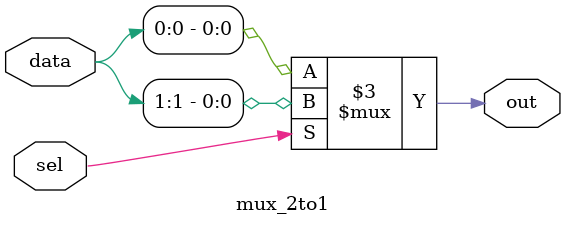
<source format=v>
module mux_2to1 (
  input wire [1:0] data,   // Input data lines
  input wire sel,          // Selection signal
  output reg out           // Output signal
);

  always @* begin
    out = (sel == 1'b0) ? data[0] : data[1];
  end

endmodule

</source>
